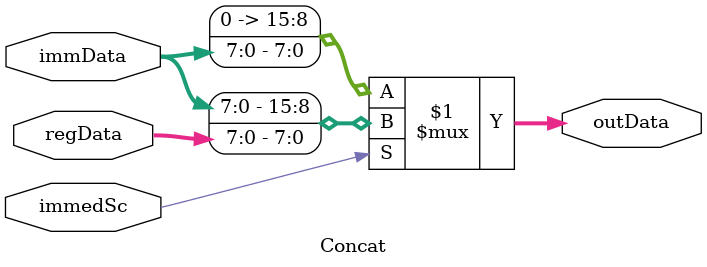
<source format=v>
module Concat(input [15:0] regData,
	            input [7:0] immData,
	            input immedSc,
	            output [15:0] outData);
	
assign outData = immedSc ? {immData, regData[7:0]}: $signed(immData);

endmodule

</source>
